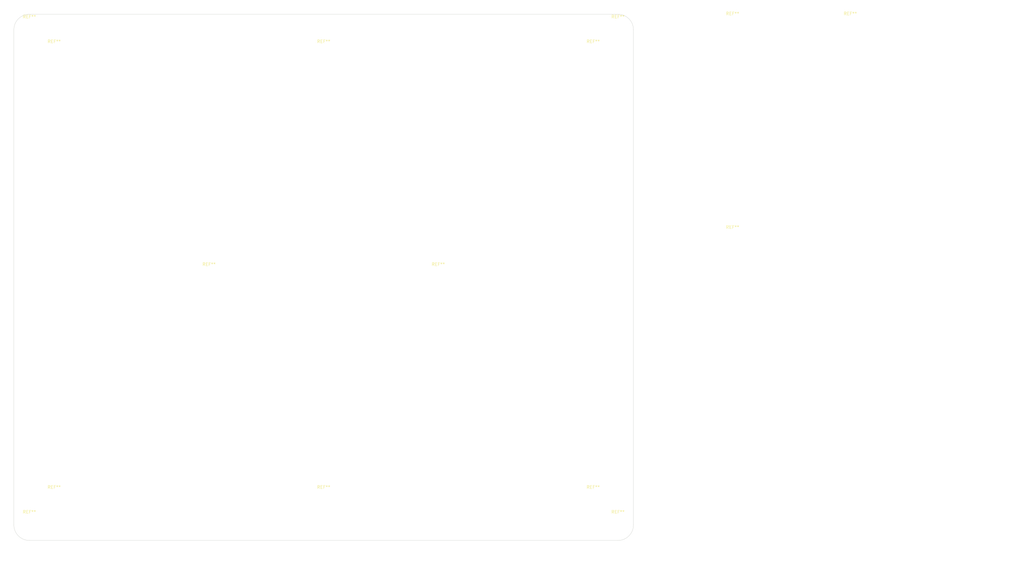
<source format=kicad_pcb>
(kicad_pcb (version 20171130) (host pcbnew 5.1.5+dfsg1-2build2)

  (general
    (thickness 1.6)
    (drawings 89)
    (tracks 0)
    (zones 0)
    (modules 33)
    (nets 1)
  )

  (page A3)
  (title_block
    (title "Democratic Sendcomm")
    (date 2020-12-26)
    (rev 0.9.2)
    (company "Europalab Devices")
    (comment 1 "Copyright © 2020, Europalab Devices")
    (comment 2 "Fulfilling requirements of 20200210")
    (comment 3 "Pending quality assurance testing")
    (comment 4 "Release revision for manufacturing")
  )

  (layers
    (0 F.Cu signal)
    (31 B.Cu signal)
    (34 B.Paste user)
    (35 F.Paste user)
    (36 B.SilkS user)
    (37 F.SilkS user)
    (38 B.Mask user)
    (39 F.Mask user)
    (40 Dwgs.User user)
    (41 Cmts.User user)
    (42 Eco1.User user)
    (43 Eco2.User user)
    (44 Edge.Cuts user)
    (45 Margin user)
    (46 B.CrtYd user)
    (47 F.CrtYd user)
    (48 B.Fab user)
    (49 F.Fab user)
  )

  (setup
    (last_trace_width 0.127)
    (trace_clearance 0.127)
    (zone_clearance 0.508)
    (zone_45_only no)
    (trace_min 0.127)
    (via_size 0.6)
    (via_drill 0.2)
    (via_min_size 0.6)
    (via_min_drill 0.2)
    (uvia_size 0.45)
    (uvia_drill 0.1)
    (uvias_allowed no)
    (uvia_min_size 0.45)
    (uvia_min_drill 0.1)
    (edge_width 0.1)
    (segment_width 0.1)
    (pcb_text_width 0.25)
    (pcb_text_size 1 1)
    (mod_edge_width 0.15)
    (mod_text_size 1 1)
    (mod_text_width 0.15)
    (pad_size 1.95 0.6)
    (pad_drill 0)
    (pad_to_mask_clearance 0)
    (aux_axis_origin 0 0)
    (visible_elements 7FFFF7FF)
    (pcbplotparams
      (layerselection 0x313fc_ffffffff)
      (usegerberextensions true)
      (usegerberattributes false)
      (usegerberadvancedattributes false)
      (creategerberjobfile false)
      (excludeedgelayer true)
      (linewidth 0.150000)
      (plotframeref false)
      (viasonmask false)
      (mode 1)
      (useauxorigin false)
      (hpglpennumber 1)
      (hpglpenspeed 20)
      (hpglpendiameter 15.000000)
      (psnegative false)
      (psa4output false)
      (plotreference true)
      (plotvalue true)
      (plotinvisibletext false)
      (padsonsilk false)
      (subtractmaskfromsilk false)
      (outputformat 1)
      (mirror false)
      (drillshape 0)
      (scaleselection 1)
      (outputdirectory "fabpanel"))
  )

  (net 0 "")

  (net_class Default "This is the default net class."
    (clearance 0.127)
    (trace_width 0.127)
    (via_dia 0.6)
    (via_drill 0.2)
    (uvia_dia 0.45)
    (uvia_drill 0.1)
  )

  (net_class Power ""
    (clearance 0.2)
    (trace_width 0.5)
    (via_dia 1)
    (via_drill 0.7)
    (uvia_dia 0.5)
    (uvia_drill 0.1)
  )

  (module MountingHole:MountingHole_2.2mm_M2 (layer F.Cu) (tedit 56D1B4CB) (tstamp 5FF392D0)
    (at 332 122)
    (descr "Mounting Hole 2.2mm, no annular, M2")
    (tags "mounting hole 2.2mm no annular m2")
    (attr virtual)
    (fp_text reference REF** (at 0 -3.2) (layer F.SilkS)
      (effects (font (size 1 1) (thickness 0.15)))
    )
    (fp_text value MountingHole_2.2mm_M2 (at 0 3.2) (layer F.Fab)
      (effects (font (size 1 1) (thickness 0.15)))
    )
    (fp_text user %R (at 0.3 0) (layer F.Fab)
      (effects (font (size 1 1) (thickness 0.15)))
    )
    (fp_circle (center 0 0) (end 2.2 0) (layer Cmts.User) (width 0.15))
    (fp_circle (center 0 0) (end 2.45 0) (layer F.CrtYd) (width 0.05))
    (pad 1 np_thru_hole circle (at 0 0) (size 2.2 2.2) (drill 2.2) (layers *.Cu *.Mask))
  )

  (module MountingHole:MountingHole_2.2mm_M2 (layer F.Cu) (tedit 56D1B4CB) (tstamp 5FF39216)
    (at 370 53)
    (descr "Mounting Hole 2.2mm, no annular, M2")
    (tags "mounting hole 2.2mm no annular m2")
    (attr virtual)
    (fp_text reference REF** (at 0 -3.2) (layer F.SilkS)
      (effects (font (size 1 1) (thickness 0.15)))
    )
    (fp_text value MountingHole_2.2mm_M2 (at 0 3.2) (layer F.Fab)
      (effects (font (size 1 1) (thickness 0.15)))
    )
    (fp_text user %R (at 0.3 0) (layer F.Fab)
      (effects (font (size 1 1) (thickness 0.15)))
    )
    (fp_circle (center 0 0) (end 2.2 0) (layer Cmts.User) (width 0.15))
    (fp_circle (center 0 0) (end 2.45 0) (layer F.CrtYd) (width 0.05))
    (pad 1 np_thru_hole circle (at 0 0) (size 2.2 2.2) (drill 2.2) (layers *.Cu *.Mask))
  )

  (module MountingHole:MountingHole_2.2mm_M2 (layer F.Cu) (tedit 56D1B4CB) (tstamp 5FF391FD)
    (at 332 53)
    (descr "Mounting Hole 2.2mm, no annular, M2")
    (tags "mounting hole 2.2mm no annular m2")
    (attr virtual)
    (fp_text reference REF** (at 0 -3.2) (layer F.SilkS)
      (effects (font (size 1 1) (thickness 0.15)))
    )
    (fp_text value MountingHole_2.2mm_M2 (at 0 3.2) (layer F.Fab)
      (effects (font (size 1 1) (thickness 0.15)))
    )
    (fp_circle (center 0 0) (end 2.45 0) (layer F.CrtYd) (width 0.05))
    (fp_circle (center 0 0) (end 2.2 0) (layer Cmts.User) (width 0.15))
    (fp_text user %R (at 0.3 0) (layer F.Fab)
      (effects (font (size 1 1) (thickness 0.15)))
    )
    (pad 1 np_thru_hole circle (at 0 0) (size 2.2 2.2) (drill 2.2) (layers *.Cu *.Mask))
  )

  (module MountingHole:MountingHole_3.2mm_M3 (layer F.Cu) (tedit 56D1B4CB) (tstamp 5FF31A13)
    (at 237 135)
    (descr "Mounting Hole 3.2mm, no annular, M3")
    (tags "mounting hole 3.2mm no annular m3")
    (attr virtual)
    (fp_text reference REF** (at 0 -4.2) (layer F.SilkS)
      (effects (font (size 1 1) (thickness 0.15)))
    )
    (fp_text value MountingHole_3.2mm_M3 (at 0 4.2) (layer F.Fab)
      (effects (font (size 1 1) (thickness 0.15)))
    )
    (fp_circle (center 0 0) (end 3.45 0) (layer F.CrtYd) (width 0.05))
    (fp_circle (center 0 0) (end 3.2 0) (layer Cmts.User) (width 0.15))
    (fp_text user %R (at 0.3 0) (layer F.Fab)
      (effects (font (size 1 1) (thickness 0.15)))
    )
    (pad 1 np_thru_hole circle (at 0 0) (size 3.2 3.2) (drill 3.2) (layers *.Cu *.Mask))
  )

  (module MountingHole:MountingHole_3.2mm_M3 (layer F.Cu) (tedit 56D1B4CB) (tstamp 5FF31A4A)
    (at 163 135)
    (descr "Mounting Hole 3.2mm, no annular, M3")
    (tags "mounting hole 3.2mm no annular m3")
    (attr virtual)
    (fp_text reference REF** (at 0 -4.2) (layer F.SilkS)
      (effects (font (size 1 1) (thickness 0.15)))
    )
    (fp_text value MountingHole_3.2mm_M3 (at 0 4.2) (layer F.Fab)
      (effects (font (size 1 1) (thickness 0.15)))
    )
    (fp_circle (center 0 0) (end 3.45 0) (layer F.CrtYd) (width 0.05))
    (fp_circle (center 0 0) (end 3.2 0) (layer Cmts.User) (width 0.15))
    (fp_text user %R (at 0.3 0) (layer F.Fab)
      (effects (font (size 1 1) (thickness 0.15)))
    )
    (pad 1 np_thru_hole circle (at 0 0) (size 3.2 3.2) (drill 3.2) (layers *.Cu *.Mask))
  )

  (module MountingHole:MountingHole_3.2mm_M3 (layer F.Cu) (tedit 56D1B4CB) (tstamp 5FF319AE)
    (at 200 207)
    (descr "Mounting Hole 3.2mm, no annular, M3")
    (tags "mounting hole 3.2mm no annular m3")
    (attr virtual)
    (fp_text reference REF** (at 0 -4.2) (layer F.SilkS)
      (effects (font (size 1 1) (thickness 0.15)))
    )
    (fp_text value MountingHole_3.2mm_M3 (at 0 4.2) (layer F.Fab)
      (effects (font (size 1 1) (thickness 0.15)))
    )
    (fp_text user %R (at 0.3 0) (layer F.Fab)
      (effects (font (size 1 1) (thickness 0.15)))
    )
    (fp_circle (center 0 0) (end 3.2 0) (layer Cmts.User) (width 0.15))
    (fp_circle (center 0 0) (end 3.45 0) (layer F.CrtYd) (width 0.05))
    (pad 1 np_thru_hole circle (at 0 0) (size 3.2 3.2) (drill 3.2) (layers *.Cu *.Mask))
  )

  (module MountingHole:MountingHole_3.2mm_M3 (layer F.Cu) (tedit 56D1B4CB) (tstamp 5FF31979)
    (at 200 63)
    (descr "Mounting Hole 3.2mm, no annular, M3")
    (tags "mounting hole 3.2mm no annular m3")
    (attr virtual)
    (fp_text reference REF** (at 0 -4.2) (layer F.SilkS)
      (effects (font (size 1 1) (thickness 0.15)))
    )
    (fp_text value MountingHole_3.2mm_M3 (at 0 4.2) (layer F.Fab)
      (effects (font (size 1 1) (thickness 0.15)))
    )
    (fp_circle (center 0 0) (end 3.45 0) (layer F.CrtYd) (width 0.05))
    (fp_circle (center 0 0) (end 3.2 0) (layer Cmts.User) (width 0.15))
    (fp_text user %R (at 0.3 0) (layer F.Fab)
      (effects (font (size 1 1) (thickness 0.15)))
    )
    (pad 1 np_thru_hole circle (at 0 0) (size 3.2 3.2) (drill 3.2) (layers *.Cu *.Mask))
  )

  (module MountingHole:MountingHole_3.2mm_M3 (layer F.Cu) (tedit 56D1B4CB) (tstamp 5FF31936)
    (at 287 63)
    (descr "Mounting Hole 3.2mm, no annular, M3")
    (tags "mounting hole 3.2mm no annular m3")
    (attr virtual)
    (fp_text reference REF** (at 0 -4.2) (layer F.SilkS)
      (effects (font (size 1 1) (thickness 0.15)))
    )
    (fp_text value MountingHole_3.2mm_M3 (at 0 4.2) (layer F.Fab)
      (effects (font (size 1 1) (thickness 0.15)))
    )
    (fp_circle (center 0 0) (end 3.45 0) (layer F.CrtYd) (width 0.05))
    (fp_circle (center 0 0) (end 3.2 0) (layer Cmts.User) (width 0.15))
    (fp_text user %R (at 0.3 0) (layer F.Fab)
      (effects (font (size 1 1) (thickness 0.15)))
    )
    (pad 1 np_thru_hole circle (at 0 0) (size 3.2 3.2) (drill 3.2) (layers *.Cu *.Mask))
  )

  (module MountingHole:MountingHole_3.2mm_M3 (layer F.Cu) (tedit 56D1B4CB) (tstamp 5FF31928)
    (at 287 207)
    (descr "Mounting Hole 3.2mm, no annular, M3")
    (tags "mounting hole 3.2mm no annular m3")
    (attr virtual)
    (fp_text reference REF** (at 0 -4.2) (layer F.SilkS)
      (effects (font (size 1 1) (thickness 0.15)))
    )
    (fp_text value MountingHole_3.2mm_M3 (at 0 4.2) (layer F.Fab)
      (effects (font (size 1 1) (thickness 0.15)))
    )
    (fp_text user %R (at 0.3 0) (layer F.Fab)
      (effects (font (size 1 1) (thickness 0.15)))
    )
    (fp_circle (center 0 0) (end 3.2 0) (layer Cmts.User) (width 0.15))
    (fp_circle (center 0 0) (end 3.45 0) (layer F.CrtYd) (width 0.05))
    (pad 1 np_thru_hole circle (at 0 0) (size 3.2 3.2) (drill 3.2) (layers *.Cu *.Mask))
  )

  (module MountingHole:MountingHole_3.2mm_M3 (layer F.Cu) (tedit 56D1B4CB) (tstamp 5FF3191A)
    (at 113 207)
    (descr "Mounting Hole 3.2mm, no annular, M3")
    (tags "mounting hole 3.2mm no annular m3")
    (attr virtual)
    (fp_text reference REF** (at 0 -4.2) (layer F.SilkS)
      (effects (font (size 1 1) (thickness 0.15)))
    )
    (fp_text value MountingHole_3.2mm_M3 (at 0 4.2) (layer F.Fab)
      (effects (font (size 1 1) (thickness 0.15)))
    )
    (fp_circle (center 0 0) (end 3.45 0) (layer F.CrtYd) (width 0.05))
    (fp_circle (center 0 0) (end 3.2 0) (layer Cmts.User) (width 0.15))
    (fp_text user %R (at 0.3 0) (layer F.Fab)
      (effects (font (size 1 1) (thickness 0.15)))
    )
    (pad 1 np_thru_hole circle (at 0 0) (size 3.2 3.2) (drill 3.2) (layers *.Cu *.Mask))
  )

  (module MountingHole:MountingHole_3.2mm_M3 (layer F.Cu) (tedit 56D1B4CB) (tstamp 5FF318F7)
    (at 113 63)
    (descr "Mounting Hole 3.2mm, no annular, M3")
    (tags "mounting hole 3.2mm no annular m3")
    (attr virtual)
    (fp_text reference REF** (at 0 -4.2) (layer F.SilkS)
      (effects (font (size 1 1) (thickness 0.15)))
    )
    (fp_text value MountingHole_3.2mm_M3 (at 0 4.2) (layer F.Fab)
      (effects (font (size 1 1) (thickness 0.15)))
    )
    (fp_text user %R (at 0.3 0) (layer F.Fab)
      (effects (font (size 1 1) (thickness 0.15)))
    )
    (fp_circle (center 0 0) (end 3.2 0) (layer Cmts.User) (width 0.15))
    (fp_circle (center 0 0) (end 3.45 0) (layer F.CrtYd) (width 0.05))
    (pad 1 np_thru_hole circle (at 0 0) (size 3.2 3.2) (drill 3.2) (layers *.Cu *.Mask))
  )

  (module MountingHole:MountingHole_3.2mm_M3 (layer F.Cu) (tedit 56D1B4CB) (tstamp 5FF2D58D)
    (at 295 55)
    (descr "Mounting Hole 3.2mm, no annular, M3")
    (tags "mounting hole 3.2mm no annular m3")
    (attr virtual)
    (fp_text reference REF** (at 0 -4.2) (layer F.SilkS)
      (effects (font (size 1 1) (thickness 0.15)))
    )
    (fp_text value MountingHole_3.2mm_M3 (at 0 4.2) (layer F.Fab)
      (effects (font (size 1 1) (thickness 0.15)))
    )
    (fp_circle (center 0 0) (end 3.45 0) (layer F.CrtYd) (width 0.05))
    (fp_circle (center 0 0) (end 3.2 0) (layer Cmts.User) (width 0.15))
    (fp_text user %R (at 0.3 0) (layer F.Fab)
      (effects (font (size 1 1) (thickness 0.15)))
    )
    (pad 1 np_thru_hole circle (at 0 0) (size 3.2 3.2) (drill 3.2) (layers *.Cu *.Mask))
  )

  (module MountingHole:MountingHole_3.2mm_M3 (layer F.Cu) (tedit 56D1B4CB) (tstamp 5FF2D577)
    (at 295 215)
    (descr "Mounting Hole 3.2mm, no annular, M3")
    (tags "mounting hole 3.2mm no annular m3")
    (attr virtual)
    (fp_text reference REF** (at 0 -4.2) (layer F.SilkS)
      (effects (font (size 1 1) (thickness 0.15)))
    )
    (fp_text value MountingHole_3.2mm_M3 (at 0 4.2) (layer F.Fab)
      (effects (font (size 1 1) (thickness 0.15)))
    )
    (fp_circle (center 0 0) (end 3.45 0) (layer F.CrtYd) (width 0.05))
    (fp_circle (center 0 0) (end 3.2 0) (layer Cmts.User) (width 0.15))
    (fp_text user %R (at 0.3 0) (layer F.Fab)
      (effects (font (size 1 1) (thickness 0.15)))
    )
    (pad 1 np_thru_hole circle (at 0 0) (size 3.2 3.2) (drill 3.2) (layers *.Cu *.Mask))
  )

  (module MountingHole:MountingHole_3.2mm_M3 (layer F.Cu) (tedit 56D1B4CB) (tstamp 5FF2D561)
    (at 105 215)
    (descr "Mounting Hole 3.2mm, no annular, M3")
    (tags "mounting hole 3.2mm no annular m3")
    (attr virtual)
    (fp_text reference REF** (at 0 -4.2) (layer F.SilkS)
      (effects (font (size 1 1) (thickness 0.15)))
    )
    (fp_text value MountingHole_3.2mm_M3 (at 0 4.2) (layer F.Fab)
      (effects (font (size 1 1) (thickness 0.15)))
    )
    (fp_circle (center 0 0) (end 3.45 0) (layer F.CrtYd) (width 0.05))
    (fp_circle (center 0 0) (end 3.2 0) (layer Cmts.User) (width 0.15))
    (fp_text user %R (at 0.3 0) (layer F.Fab)
      (effects (font (size 1 1) (thickness 0.15)))
    )
    (pad 1 np_thru_hole circle (at 0 0) (size 3.2 3.2) (drill 3.2) (layers *.Cu *.Mask))
  )

  (module MountingHole:MountingHole_3.2mm_M3 (layer F.Cu) (tedit 56D1B4CB) (tstamp 5FF2D54B)
    (at 105 55)
    (descr "Mounting Hole 3.2mm, no annular, M3")
    (tags "mounting hole 3.2mm no annular m3")
    (attr virtual)
    (fp_text reference REF** (at 0 -4.2) (layer F.SilkS)
      (effects (font (size 1 1) (thickness 0.15)))
    )
    (fp_text value MountingHole_3.2mm_M3 (at 0 4.2) (layer F.Fab)
      (effects (font (size 1 1) (thickness 0.15)))
    )
    (fp_circle (center 0 0) (end 3.45 0) (layer F.CrtYd) (width 0.05))
    (fp_circle (center 0 0) (end 3.2 0) (layer Cmts.User) (width 0.15))
    (fp_text user %R (at 0.3 0) (layer F.Fab)
      (effects (font (size 1 1) (thickness 0.15)))
    )
    (pad 1 np_thru_hole circle (at 0 0) (size 3.2 3.2) (drill 3.2) (layers *.Cu *.Mask))
  )

  (module Elabdev:MountingHole_1.1mm (layer F.Cu) (tedit 5B924765) (tstamp 5FBCCC1A)
    (at 262 140.5)
    (descr "Mounting Hole 1.1mm, no annular")
    (tags "mounting hole 1.1mm no annular")
    (attr virtual)
    (fp_text reference REF** (at 0 -3.2) (layer F.SilkS) hide
      (effects (font (size 1 1) (thickness 0.15)))
    )
    (fp_text value MountingHole_1.1mm (at 0 3.2) (layer F.Fab)
      (effects (font (size 1 1) (thickness 0.15)))
    )
    (fp_text user %R (at 0.3 0) (layer F.Fab)
      (effects (font (size 1 1) (thickness 0.15)))
    )
    (fp_circle (center 0 0) (end 1.1 0) (layer Cmts.User) (width 0.15))
    (fp_circle (center 0 0) (end 1.35 0) (layer F.CrtYd) (width 0.05))
    (pad "" np_thru_hole circle (at 0 0) (size 1.1 1.1) (drill 1.1) (layers *.Cu *.Mask))
  )

  (module Elabdev:MountingHole_1.1mm (layer F.Cu) (tedit 5B924765) (tstamp 5FF31D5D)
    (at 138 129.5)
    (descr "Mounting Hole 1.1mm, no annular")
    (tags "mounting hole 1.1mm no annular")
    (attr virtual)
    (fp_text reference REF** (at 0 -3.2) (layer F.SilkS) hide
      (effects (font (size 1 1) (thickness 0.15)))
    )
    (fp_text value MountingHole_1.1mm (at 0 3.2) (layer F.Fab)
      (effects (font (size 1 1) (thickness 0.15)))
    )
    (fp_text user %R (at 0.3 0) (layer F.Fab)
      (effects (font (size 1 1) (thickness 0.15)))
    )
    (fp_circle (center 0 0) (end 1.1 0) (layer Cmts.User) (width 0.15))
    (fp_circle (center 0 0) (end 1.35 0) (layer F.CrtYd) (width 0.05))
    (pad "" np_thru_hole circle (at 0 0) (size 1.1 1.1) (drill 1.1) (layers *.Cu *.Mask))
  )

  (module Elabdev:MountingHole_1.6mm (layer F.Cu) (tedit 5B924765) (tstamp 5FBCCBDE)
    (at 262 187)
    (descr "Mounting Hole 1.6mm, no annular")
    (tags "mounting hole 1.6mm no annular")
    (attr virtual)
    (fp_text reference REF** (at 0 -3.2) (layer F.SilkS) hide
      (effects (font (size 1 1) (thickness 0.15)))
    )
    (fp_text value MountingHole_1.6mm (at 0 3.2) (layer F.Fab)
      (effects (font (size 1 1) (thickness 0.15)))
    )
    (fp_text user %R (at 0.3 0) (layer F.Fab)
      (effects (font (size 1 1) (thickness 0.15)))
    )
    (fp_circle (center 0 0) (end 1.6 0) (layer Cmts.User) (width 0.15))
    (fp_circle (center 0 0) (end 1.85 0) (layer F.CrtYd) (width 0.05))
    (pad "" np_thru_hole circle (at 0 0) (size 1.6 1.6) (drill 1.6) (layers *.Cu *.Mask))
  )

  (module Elabdev:MountingHole_1.6mm (layer F.Cu) (tedit 5B924765) (tstamp 5FBCCBC8)
    (at 262 125.5)
    (descr "Mounting Hole 1.6mm, no annular")
    (tags "mounting hole 1.6mm no annular")
    (attr virtual)
    (fp_text reference REF** (at 0 -3.2) (layer F.SilkS) hide
      (effects (font (size 1 1) (thickness 0.15)))
    )
    (fp_text value MountingHole_1.6mm (at 0 3.2) (layer F.Fab)
      (effects (font (size 1 1) (thickness 0.15)))
    )
    (fp_text user %R (at 0.3 0) (layer F.Fab)
      (effects (font (size 1 1) (thickness 0.15)))
    )
    (fp_circle (center 0 0) (end 1.6 0) (layer Cmts.User) (width 0.15))
    (fp_circle (center 0 0) (end 1.85 0) (layer F.CrtYd) (width 0.05))
    (pad "" np_thru_hole circle (at 0 0) (size 1.6 1.6) (drill 1.6) (layers *.Cu *.Mask))
  )

  (module Elabdev:MountingHole_1.6mm (layer F.Cu) (tedit 5B924765) (tstamp 5FF31D45)
    (at 138 187)
    (descr "Mounting Hole 1.6mm, no annular")
    (tags "mounting hole 1.6mm no annular")
    (attr virtual)
    (fp_text reference REF** (at 0 -3.2) (layer F.SilkS) hide
      (effects (font (size 1 1) (thickness 0.15)))
    )
    (fp_text value MountingHole_1.6mm (at 0 3.2) (layer F.Fab)
      (effects (font (size 1 1) (thickness 0.15)))
    )
    (fp_circle (center 0 0) (end 1.85 0) (layer F.CrtYd) (width 0.05))
    (fp_circle (center 0 0) (end 1.6 0) (layer Cmts.User) (width 0.15))
    (fp_text user %R (at 0.3 0) (layer F.Fab)
      (effects (font (size 1 1) (thickness 0.15)))
    )
    (pad "" np_thru_hole circle (at 0 0) (size 1.6 1.6) (drill 1.6) (layers *.Cu *.Mask))
  )

  (module Elabdev:MountingHole_1.6mm (layer F.Cu) (tedit 5B924765) (tstamp 5FF31C85)
    (at 138 144.5)
    (descr "Mounting Hole 1.6mm, no annular")
    (tags "mounting hole 1.6mm no annular")
    (attr virtual)
    (fp_text reference REF** (at 0 -3.2) (layer F.SilkS) hide
      (effects (font (size 1 1) (thickness 0.15)))
    )
    (fp_text value MountingHole_1.6mm (at 0 3.2) (layer F.Fab)
      (effects (font (size 1 1) (thickness 0.15)))
    )
    (fp_text user %R (at 0.3 0) (layer F.Fab)
      (effects (font (size 1 1) (thickness 0.15)))
    )
    (fp_circle (center 0 0) (end 1.6 0) (layer Cmts.User) (width 0.15))
    (fp_circle (center 0 0) (end 1.85 0) (layer F.CrtYd) (width 0.05))
    (pad "" np_thru_hole circle (at 0 0) (size 1.6 1.6) (drill 1.6) (layers *.Cu *.Mask))
  )

  (module Elabdev:MountingHole_1.6mm (layer F.Cu) (tedit 5B924765) (tstamp 5FBCBB5A)
    (at 262 83)
    (descr "Mounting Hole 1.6mm, no annular")
    (tags "mounting hole 1.6mm no annular")
    (attr virtual)
    (fp_text reference REF** (at 0 -3.2) (layer F.SilkS) hide
      (effects (font (size 1 1) (thickness 0.15)))
    )
    (fp_text value MountingHole_1.6mm (at 0 3.2) (layer F.Fab)
      (effects (font (size 1 1) (thickness 0.15)))
    )
    (fp_text user %R (at 0.3 0) (layer F.Fab)
      (effects (font (size 1 1) (thickness 0.15)))
    )
    (fp_circle (center 0 0) (end 1.6 0) (layer Cmts.User) (width 0.15))
    (fp_circle (center 0 0) (end 1.85 0) (layer F.CrtYd) (width 0.05))
    (pad "" np_thru_hole circle (at 0 0) (size 1.6 1.6) (drill 1.6) (layers *.Cu *.Mask))
  )

  (module Elabdev:MountingHole_1.1mm (layer F.Cu) (tedit 5B924765) (tstamp 5FBCBB0E)
    (at 262 79)
    (descr "Mounting Hole 1.1mm, no annular")
    (tags "mounting hole 1.1mm no annular")
    (attr virtual)
    (fp_text reference REF** (at 0 -3.2) (layer F.SilkS) hide
      (effects (font (size 1 1) (thickness 0.15)))
    )
    (fp_text value MountingHole_1.1mm (at 0 3.2) (layer F.Fab)
      (effects (font (size 1 1) (thickness 0.15)))
    )
    (fp_circle (center 0 0) (end 1.35 0) (layer F.CrtYd) (width 0.05))
    (fp_circle (center 0 0) (end 1.1 0) (layer Cmts.User) (width 0.15))
    (fp_text user %R (at 0.3 0) (layer F.Fab)
      (effects (font (size 1 1) (thickness 0.15)))
    )
    (pad "" np_thru_hole circle (at 0 0) (size 1.1 1.1) (drill 1.1) (layers *.Cu *.Mask))
  )

  (module Elabdev:MountingHole_1.1mm (layer F.Cu) (tedit 5B924765) (tstamp 5FBCBAE8)
    (at 262 191)
    (descr "Mounting Hole 1.1mm, no annular")
    (tags "mounting hole 1.1mm no annular")
    (attr virtual)
    (fp_text reference REF** (at 0 -3.2) (layer F.SilkS) hide
      (effects (font (size 1 1) (thickness 0.15)))
    )
    (fp_text value MountingHole_1.1mm (at 0 3.2) (layer F.Fab)
      (effects (font (size 1 1) (thickness 0.15)))
    )
    (fp_text user %R (at 0.3 0) (layer F.Fab)
      (effects (font (size 1 1) (thickness 0.15)))
    )
    (fp_circle (center 0 0) (end 1.1 0) (layer Cmts.User) (width 0.15))
    (fp_circle (center 0 0) (end 1.35 0) (layer F.CrtYd) (width 0.05))
    (pad "" np_thru_hole circle (at 0 0) (size 1.1 1.1) (drill 1.1) (layers *.Cu *.Mask))
  )

  (module Elabdev:MountingHole_1.1mm (layer F.Cu) (tedit 5B924765) (tstamp 5FF31CBE)
    (at 138 191)
    (descr "Mounting Hole 1.1mm, no annular")
    (tags "mounting hole 1.1mm no annular")
    (attr virtual)
    (fp_text reference REF** (at 0 -3.2) (layer F.SilkS) hide
      (effects (font (size 1 1) (thickness 0.15)))
    )
    (fp_text value MountingHole_1.1mm (at 0 3.2) (layer F.Fab)
      (effects (font (size 1 1) (thickness 0.15)))
    )
    (fp_text user %R (at 0.3 0) (layer F.Fab)
      (effects (font (size 1 1) (thickness 0.15)))
    )
    (fp_circle (center 0 0) (end 1.1 0) (layer Cmts.User) (width 0.15))
    (fp_circle (center 0 0) (end 1.35 0) (layer F.CrtYd) (width 0.05))
    (pad "" np_thru_hole circle (at 0 0) (size 1.1 1.1) (drill 1.1) (layers *.Cu *.Mask))
  )

  (module Elabdev:MountingHole_1.6mm (layer F.Cu) (tedit 5B924765) (tstamp 5FF31D18)
    (at 138 83)
    (descr "Mounting Hole 1.6mm, no annular")
    (tags "mounting hole 1.6mm no annular")
    (attr virtual)
    (fp_text reference REF** (at 0 -3.2) (layer F.SilkS) hide
      (effects (font (size 1 1) (thickness 0.15)))
    )
    (fp_text value MountingHole_1.6mm (at 0 3.2) (layer F.Fab)
      (effects (font (size 1 1) (thickness 0.15)))
    )
    (fp_circle (center 0 0) (end 1.85 0) (layer F.CrtYd) (width 0.05))
    (fp_circle (center 0 0) (end 1.6 0) (layer Cmts.User) (width 0.15))
    (fp_text user %R (at 0.3 0) (layer F.Fab)
      (effects (font (size 1 1) (thickness 0.15)))
    )
    (pad "" np_thru_hole circle (at 0 0) (size 1.6 1.6) (drill 1.6) (layers *.Cu *.Mask))
  )

  (module Elabdev:MountingHole_1.1mm (layer F.Cu) (tedit 5B924765) (tstamp 5FF31CEB)
    (at 138 79)
    (descr "Mounting Hole 1.1mm, no annular")
    (tags "mounting hole 1.1mm no annular")
    (attr virtual)
    (fp_text reference REF** (at 0 -3.2) (layer F.SilkS) hide
      (effects (font (size 1 1) (thickness 0.15)))
    )
    (fp_text value MountingHole_1.1mm (at 0 3.2) (layer F.Fab)
      (effects (font (size 1 1) (thickness 0.15)))
    )
    (fp_circle (center 0 0) (end 1.35 0) (layer F.CrtYd) (width 0.05))
    (fp_circle (center 0 0) (end 1.1 0) (layer Cmts.User) (width 0.15))
    (fp_text user %R (at 0.3 0) (layer F.Fab)
      (effects (font (size 1 1) (thickness 0.15)))
    )
    (pad "" np_thru_hole circle (at 0 0) (size 1.1 1.1) (drill 1.1) (layers *.Cu *.Mask))
  )

  (module Mounting_Holes:MountingHole_2.5mm (layer F.Cu) (tedit 5D1E62F3) (tstamp 5FF31CD2)
    (at 138 75)
    (descr "Mounting Hole 2.5mm, no annular")
    (tags "mounting hole 2.5mm no annular")
    (fp_text reference SH1 (at 0 -3.5) (layer F.SilkS) hide
      (effects (font (size 1 1) (thickness 0.15)))
    )
    (fp_text value MountingHole_2.5mm (at 0 3.5) (layer F.Fab)
      (effects (font (size 1 1) (thickness 0.15)))
    )
    (fp_circle (center 0 0) (end 2.5 0) (layer Cmts.User) (width 0.15))
    (fp_circle (center 0 0) (end 2.75 0) (layer F.CrtYd) (width 0.05))
    (pad "" np_thru_hole circle (at 0 0) (size 2.55 2.55) (drill 2.55) (layers *.Cu *.Paste *.Mask))
  )

  (module Mounting_Holes:MountingHole_2.5mm (layer F.Cu) (tedit 5D1E6313) (tstamp 5FF31CAB)
    (at 138 195)
    (descr "Mounting Hole 2.5mm, no annular")
    (tags "mounting hole 2.5mm no annular")
    (fp_text reference SH2 (at 0 -3.5) (layer F.SilkS) hide
      (effects (font (size 1 1) (thickness 0.15)))
    )
    (fp_text value MountingHole_2.5mm (at 0 3.5) (layer F.Fab)
      (effects (font (size 1 1) (thickness 0.15)))
    )
    (fp_circle (center 0 0) (end 2.75 0) (layer F.CrtYd) (width 0.05))
    (fp_circle (center 0 0) (end 2.5 0) (layer Cmts.User) (width 0.15))
    (pad "" np_thru_hole circle (at 0 0) (size 2.55 2.55) (drill 2.55) (layers *.Cu *.Paste *.Mask))
  )

  (module Mounting_Holes:MountingHole_2.5mm (layer F.Cu) (tedit 5D1E630C) (tstamp 5FF31CFF)
    (at 138 140)
    (descr "Mounting Hole 2.5mm, no annular")
    (tags "mounting hole 2.5mm no annular")
    (fp_text reference SH5 (at 0 -3.5) (layer F.SilkS) hide
      (effects (font (size 1 1) (thickness 0.15)))
    )
    (fp_text value MountingHole_2.5mm (at 0 3.5) (layer F.Fab)
      (effects (font (size 1 1) (thickness 0.15)))
    )
    (fp_circle (center 0 0) (end 2.75 0) (layer F.CrtYd) (width 0.05))
    (fp_circle (center 0 0) (end 2.5 0) (layer Cmts.User) (width 0.15))
    (pad "" np_thru_hole circle (at 0 0) (size 2.55 2.55) (drill 2.55) (layers *.Cu *.Paste *.Mask))
  )

  (module Mounting_Holes:MountingHole_2.5mm (layer F.Cu) (tedit 5D1E631D) (tstamp 5FBB8A15)
    (at 262 195)
    (descr "Mounting Hole 2.5mm, no annular")
    (tags "mounting hole 2.5mm no annular")
    (fp_text reference SH4 (at 0 -3.5) (layer F.SilkS) hide
      (effects (font (size 1 1) (thickness 0.15)))
    )
    (fp_text value MountingHole_2.5mm (at 0 3.5) (layer F.Fab)
      (effects (font (size 1 1) (thickness 0.15)))
    )
    (fp_circle (center 0 0) (end 2.75 0) (layer F.CrtYd) (width 0.05))
    (fp_circle (center 0 0) (end 2.5 0) (layer Cmts.User) (width 0.15))
    (pad "" np_thru_hole circle (at 0 0) (size 2.55 2.55) (drill 2.55) (layers *.Cu *.Paste *.Mask))
  )

  (module Mounting_Holes:MountingHole_2.5mm (layer F.Cu) (tedit 5D1E632E) (tstamp 5FBB8A0F)
    (at 262 75)
    (descr "Mounting Hole 2.5mm, no annular")
    (tags "mounting hole 2.5mm no annular")
    (fp_text reference SH3 (at 0 -3.5) (layer F.SilkS) hide
      (effects (font (size 1 1) (thickness 0.15)))
    )
    (fp_text value MountingHole_2.5mm (at 0 3.5) (layer F.Fab)
      (effects (font (size 1 1) (thickness 0.15)))
    )
    (fp_circle (center 0 0) (end 2.5 0) (layer Cmts.User) (width 0.15))
    (fp_circle (center 0 0) (end 2.75 0) (layer F.CrtYd) (width 0.05))
    (pad "" np_thru_hole circle (at 0 0) (size 2.55 2.55) (drill 2.55) (layers *.Cu *.Paste *.Mask))
  )

  (module Mounting_Holes:MountingHole_2.5mm (layer F.Cu) (tedit 5D1E6326) (tstamp 5FBB8A09)
    (at 262 130)
    (descr "Mounting Hole 2.5mm, no annular")
    (tags "mounting hole 2.5mm no annular")
    (fp_text reference SH6 (at 0 -3.5) (layer F.SilkS) hide
      (effects (font (size 1 1) (thickness 0.15)))
    )
    (fp_text value MountingHole_2.5mm (at 0 3.5) (layer F.Fab)
      (effects (font (size 1 1) (thickness 0.15)))
    )
    (fp_circle (center 0 0) (end 2.5 0) (layer Cmts.User) (width 0.15))
    (fp_circle (center 0 0) (end 2.75 0) (layer F.CrtYd) (width 0.05))
    (pad "" np_thru_hole circle (at 0 0) (size 2.55 2.55) (drill 2.55) (layers *.Cu *.Paste *.Mask))
  )

  (gr_line (start 390 72) (end 390 123) (layer Dwgs.User) (width 0.15))
  (gr_line (start 390 52) (end 390 60) (layer Dwgs.User) (width 0.15))
  (gr_line (start 413 50) (end 423 50) (layer Dwgs.User) (width 0.15))
  (gr_line (start 392 50) (end 401 50) (layer Dwgs.User) (width 0.15))
  (gr_text "There are only\nthree M2 holes" (at 402 66) (layer Dwgs.User) (tstamp 5FF33DF0)
    (effects (font (size 1 1) (thickness 0.15)) (justify left))
  )
  (gr_text "About 69mm\nHole to hole" (at 390 66 90) (layer Dwgs.User) (tstamp 5FF33DD4)
    (effects (font (size 1 1) (thickness 0.15)))
  )
  (gr_text "About 38mm\nHole to hole" (at 407 50) (layer Dwgs.User)
    (effects (font (size 1 1) (thickness 0.15)))
  )
  (gr_circle (center 390 125) (end 391 125) (layer Dwgs.User) (width 0.15))
  (gr_circle (center 425 50) (end 426 50) (layer Dwgs.User) (width 0.15))
  (gr_circle (center 390 50) (end 391 50) (layer Dwgs.User) (width 0.15))
  (dimension 75 (width 0.15) (layer Cmts.User)
    (gr_text "75 mm" (at 381.3 87.5 90) (layer Cmts.User)
      (effects (font (size 1 1) (thickness 0.15)))
    )
    (feature1 (pts (xy 376 50) (xy 380.586421 50)))
    (feature2 (pts (xy 376 125) (xy 380.586421 125)))
    (crossbar (pts (xy 380 125) (xy 380 50)))
    (arrow1a (pts (xy 380 50) (xy 380.586421 51.126504)))
    (arrow1b (pts (xy 380 50) (xy 379.413579 51.126504)))
    (arrow2a (pts (xy 380 125) (xy 380.586421 123.873496)))
    (arrow2b (pts (xy 380 125) (xy 379.413579 123.873496)))
  )
  (dimension 44 (width 0.15) (layer Cmts.User)
    (gr_text "44 mm" (at 351 134.3) (layer Cmts.User) (tstamp 5FF3931F)
      (effects (font (size 1 1) (thickness 0.15)))
    )
    (feature1 (pts (xy 373 129) (xy 373 133.586421)))
    (feature2 (pts (xy 329 129) (xy 329 133.586421)))
    (crossbar (pts (xy 329 133) (xy 373 133)))
    (arrow1a (pts (xy 373 133) (xy 371.873496 133.586421)))
    (arrow1b (pts (xy 373 133) (xy 371.873496 132.413579)))
    (arrow2a (pts (xy 329 133) (xy 330.126504 133.586421)))
    (arrow2b (pts (xy 329 133) (xy 330.126504 132.413579)))
  )
  (gr_text "Atmel ICE" (at 351 47) (layer Dwgs.User)
    (effects (font (size 2 2) (thickness 0.25)))
  )
  (gr_poly (pts (xy 357 130) (xy 345 130) (xy 345 125) (xy 357 125)) (layer Dwgs.User) (width 0.1))
  (gr_poly (pts (xy 373 125) (xy 329 125) (xy 329 50) (xy 373 50)) (layer Dwgs.User) (width 0.1))
  (dimension 200 (width 0.15) (layer Cmts.User)
    (gr_text "200 mm" (at 200 229.3) (layer Cmts.User)
      (effects (font (size 1 1) (thickness 0.15)))
    )
    (feature1 (pts (xy 300 224) (xy 300 228.586421)))
    (feature2 (pts (xy 100 224) (xy 100 228.586421)))
    (crossbar (pts (xy 100 228) (xy 300 228)))
    (arrow1a (pts (xy 300 228) (xy 298.873496 228.586421)))
    (arrow1b (pts (xy 300 228) (xy 298.873496 227.413579)))
    (arrow2a (pts (xy 100 228) (xy 101.126504 228.586421)))
    (arrow2b (pts (xy 100 228) (xy 101.126504 227.413579)))
  )
  (dimension 170 (width 0.15) (layer Cmts.User)
    (gr_text "170 mm" (at 309.3 135 90) (layer Cmts.User)
      (effects (font (size 1 1) (thickness 0.15)))
    )
    (feature1 (pts (xy 304 50) (xy 308.586421 50)))
    (feature2 (pts (xy 304 220) (xy 308.586421 220)))
    (crossbar (pts (xy 308 220) (xy 308 50)))
    (arrow1a (pts (xy 308 50) (xy 308.586421 51.126504)))
    (arrow1b (pts (xy 308 50) (xy 307.413579 51.126504)))
    (arrow2a (pts (xy 308 220) (xy 308.586421 218.873496)))
    (arrow2b (pts (xy 308 220) (xy 307.413579 218.873496)))
  )
  (gr_arc (start 295 55) (end 300 55) (angle -90) (layer Edge.Cuts) (width 0.1) (tstamp 5FF2D5A1))
  (gr_arc (start 295 215) (end 295 220) (angle -90) (layer Edge.Cuts) (width 0.1) (tstamp 5FF2D59F))
  (gr_arc (start 105 215) (end 100 215) (angle -90) (layer Edge.Cuts) (width 0.1) (tstamp 5FF2D59D))
  (gr_arc (start 105 55) (end 105 50) (angle -90) (layer Edge.Cuts) (width 0.1))
  (gr_line (start 295 50) (end 105 50) (layer Edge.Cuts) (width 0.1) (tstamp 5FF28184))
  (gr_line (start 300 215) (end 300 55) (layer Edge.Cuts) (width 0.1))
  (gr_line (start 105 220) (end 295 220) (layer Edge.Cuts) (width 0.1))
  (gr_line (start 100 55) (end 100 215) (layer Edge.Cuts) (width 0.1))
  (gr_line (start 239.71599 132.875) (end 239.71599 135.125) (layer Dwgs.User) (width 0.05) (tstamp 5FE8BDEE))
  (gr_line (start 243.78401 135.125) (end 243.78401 132.875) (layer Dwgs.User) (width 0.05) (tstamp 5FE8BDED))
  (gr_arc (start 238.125 132.875) (end 239.25 131.75) (angle 45) (layer Dwgs.User) (width 0.05) (tstamp 5FE8BDEC))
  (gr_arc (start 238.125 135.125) (end 239.25 136.25) (angle -45) (layer Dwgs.User) (width 0.05) (tstamp 5FE8BDEB))
  (gr_arc (start 245.375 132.875) (end 244.25 131.75) (angle -45) (layer Dwgs.User) (width 0.05) (tstamp 5FE8BDEA))
  (gr_arc (start 245.375 135.125) (end 244.25 136.25) (angle 45) (layer Dwgs.User) (width 0.05) (tstamp 5FE8BDE9))
  (gr_arc (start 213.125 132.875) (end 214.25 131.75) (angle 45) (layer Dwgs.User) (width 0.05) (tstamp 5FE8BDE2))
  (gr_line (start 214.71599 132.875) (end 214.71599 135.125) (layer Dwgs.User) (width 0.05) (tstamp 5FE8BDE1))
  (gr_arc (start 213.125 135.125) (end 214.25 136.25) (angle -45) (layer Dwgs.User) (width 0.05) (tstamp 5FE8BDE0))
  (gr_arc (start 220.375 135.125) (end 219.25 136.25) (angle 45) (layer Dwgs.User) (width 0.05) (tstamp 5FE8BDDF))
  (gr_line (start 218.78401 135.125) (end 218.78401 132.875) (layer Dwgs.User) (width 0.05) (tstamp 5FE8BDDE))
  (gr_arc (start 220.375 132.875) (end 219.25 131.75) (angle -45) (layer Dwgs.User) (width 0.05) (tstamp 5FE8BDDD))
  (gr_arc (start 179.625 135.125) (end 180.75 136.25) (angle -45) (layer Dwgs.User) (width 0.05) (tstamp 5FE8BDD6))
  (gr_line (start 181.21599 132.875) (end 181.21599 135.125) (layer Dwgs.User) (width 0.05) (tstamp 5FE8BDD5))
  (gr_arc (start 179.625 132.875) (end 180.75 131.75) (angle 45) (layer Dwgs.User) (width 0.05) (tstamp 5FE8BDD4))
  (gr_line (start 185.28401 135.125) (end 185.28401 132.875) (layer Dwgs.User) (width 0.05) (tstamp 5FE8BDD3))
  (gr_arc (start 186.875 132.875) (end 185.75 131.75) (angle -45) (layer Dwgs.User) (width 0.05) (tstamp 5FE8BDD2))
  (gr_arc (start 186.875 135.125) (end 185.75 136.25) (angle 45) (layer Dwgs.User) (width 0.05) (tstamp 5FE8BDD1))
  (gr_arc (start 161.875 132.875) (end 160.75 131.75) (angle -45) (layer Dwgs.User) (width 0.05) (tstamp 5FE8BDB1))
  (gr_line (start 160.28401 135.125) (end 160.28401 132.875) (layer Dwgs.User) (width 0.05) (tstamp 5FE8BDB0))
  (gr_arc (start 161.875 135.125) (end 160.75 136.25) (angle 45) (layer Dwgs.User) (width 0.05) (tstamp 5FE8BDAF))
  (gr_line (start 156.21599 132.875) (end 156.21599 135.125) (layer Dwgs.User) (width 0.05) (tstamp 5FF31D0F))
  (gr_arc (start 154.625 135.125) (end 155.75 136.25) (angle -45) (layer Dwgs.User) (width 0.05) (tstamp 5FF31D0C))
  (gr_arc (start 200 185.5) (end 201.25 184.25) (angle -90) (layer Dwgs.User) (width 0.05) (tstamp 5FE8BD55))
  (gr_arc (start 200 178) (end 198.75 179.25) (angle -90) (layer Dwgs.User) (width 0.05) (tstamp 5FE8BD54))
  (gr_arc (start 200 152) (end 198.75 153.25) (angle -90) (layer Dwgs.User) (width 0.05) (tstamp 5FE8BD51))
  (gr_arc (start 200 159.5) (end 201.25 158.25) (angle -90) (layer Dwgs.User) (width 0.05) (tstamp 5FE8BD50))
  (gr_arc (start 200 118) (end 201.25 116.75) (angle -90) (layer Dwgs.User) (width 0.05) (tstamp 5FE8BD4D))
  (gr_arc (start 200 110.5) (end 198.75 111.75) (angle -90) (layer Dwgs.User) (width 0.05) (tstamp 5FE8BD4C))
  (gr_arc (start 200 92) (end 201.25 90.75) (angle -90) (layer Dwgs.User) (width 0.05) (tstamp 5FE8BD47))
  (gr_arc (start 200 84.5) (end 198.75 85.75) (angle -90) (layer Dwgs.User) (width 0.05))
  (gr_arc (start 154.625 132.875) (end 155.75 131.75) (angle 45) (layer Dwgs.User) (width 0.05) (tstamp 5FF31CE2))
  (gr_line (start 135.5 201.25) (end 140.5 201.25) (angle 90) (layer Dwgs.User) (width 0.05) (tstamp 5FF31D6E))
  (gr_line (start 259.5 68.75) (end 264.5 68.75) (angle 90) (layer Dwgs.User) (width 0.05) (tstamp 5FE8B3C6))
  (gr_line (start 259.5 116.75) (end 259.5 153.25) (layer Dwgs.User) (width 0.05) (tstamp 5FBD89C1))
  (gr_line (start 259.5 90.75) (end 259.5 111.75) (layer Dwgs.User) (width 0.05) (tstamp 5FBD89BE))
  (gr_line (start 259.5 68.75) (end 259.5 85.75) (layer Dwgs.User) (width 0.05) (tstamp 5FBD89BB))
  (gr_arc (start 258.375 117.875) (end 257.25 116.75) (angle 90) (layer Dwgs.User) (width 0.05) (tstamp 5FBD2041))
  (gr_arc (start 258.375 110.625) (end 259.5 111.75) (angle 90) (layer Dwgs.User) (width 0.05) (tstamp 5FBD203E))
  (gr_arc (start 258.375 91.875) (end 257.25 90.75) (angle 90) (layer Dwgs.User) (width 0.05) (tstamp 5FBD203B))
  (gr_arc (start 258.375 84.625) (end 259.5 85.75) (angle 90) (layer Dwgs.User) (width 0.05) (tstamp 5FBD2038))
  (gr_line (start 135.5 68.75) (end 140.5 68.75) (angle 90) (layer Dwgs.User) (width 0.05) (tstamp 5FF31CA3))
  (gr_line (start 264.5 201.25) (end 264.5 68.75) (angle 90) (layer Dwgs.User) (width 0.05) (tstamp 5FBB8A52))
  (gr_line (start 259.5 201.25) (end 264.5 201.25) (angle 90) (layer Dwgs.User) (width 0.05) (tstamp 5FBB8A42))
  (gr_line (start 135.5 201.25) (end 135.5 68.75) (angle 90) (layer Dwgs.User) (width 0.05) (tstamp 5FF31CA0))
  (gr_line (start 140.5 90.75) (end 140.5 111.75) (layer Dwgs.User) (width 0.05) (tstamp 5FF31C9D))
  (gr_arc (start 141.625 117.875) (end 140.5 116.75) (angle 90) (layer Dwgs.User) (width 0.05) (tstamp 5FF31C9A))
  (gr_arc (start 141.625 91.875) (end 140.5 90.75) (angle 90) (layer Dwgs.User) (width 0.05) (tstamp 5FF31C97))
  (gr_arc (start 141.625 84.625) (end 142.75 85.75) (angle 90) (layer Dwgs.User) (width 0.05) (tstamp 5FF31C94))
  (gr_arc (start 141.625 110.625) (end 142.75 111.75) (angle 90) (layer Dwgs.User) (width 0.05) (tstamp 5FF31D3C))
  (gr_line (start 140.5 68.75) (end 140.5 85.75) (layer Dwgs.User) (width 0.05) (tstamp 5FF31D39))
  (gr_line (start 140.5 116.75) (end 140.5 153.25) (layer Dwgs.User) (width 0.05) (tstamp 5FF31D36))
  (gr_line (start 140.5 158.25) (end 140.5 179.25) (layer Dwgs.User) (width 0.05) (tstamp 5FF31D33))
  (gr_arc (start 141.625 185.375) (end 140.5 184.25) (angle 90) (layer Dwgs.User) (width 0.05) (tstamp 5FF31D30))
  (gr_arc (start 141.625 159.375) (end 140.5 158.25) (angle 90) (layer Dwgs.User) (width 0.05) (tstamp 5FF31D2D))
  (gr_arc (start 141.625 152.125) (end 142.75 153.25) (angle 90) (layer Dwgs.User) (width 0.05) (tstamp 5FF31D2A))
  (gr_arc (start 141.625 178.125) (end 142.75 179.25) (angle 90) (layer Dwgs.User) (width 0.05) (tstamp 5FF31D27))
  (gr_line (start 140.5 184.25) (end 140.5 201.25) (layer Dwgs.User) (width 0.05) (tstamp 5FF31D54))
  (gr_line (start 259.5 201.25) (end 259.5 184.25) (layer Dwgs.User) (width 0.05) (tstamp 5F680CE7))
  (gr_line (start 259.5 179.25) (end 259.5 158.25) (layer Dwgs.User) (width 0.05) (tstamp 5F4C201B))
  (gr_arc (start 258.375 159.375) (end 257.25 158.25) (angle 90) (layer Dwgs.User) (width 0.05) (tstamp 5F4C1099))
  (gr_arc (start 258.375 152.125) (end 259.5 153.25) (angle 90) (layer Dwgs.User) (width 0.05) (tstamp 5F4C1089))
  (gr_arc (start 258.375 185.375) (end 257.25 184.25) (angle 90) (layer Dwgs.User) (width 0.05) (tstamp 5F4C1077))
  (gr_arc (start 258.375 178.125) (end 259.5 179.25) (angle 90) (layer Dwgs.User) (width 0.05) (tstamp 5F4C1076))

)

</source>
